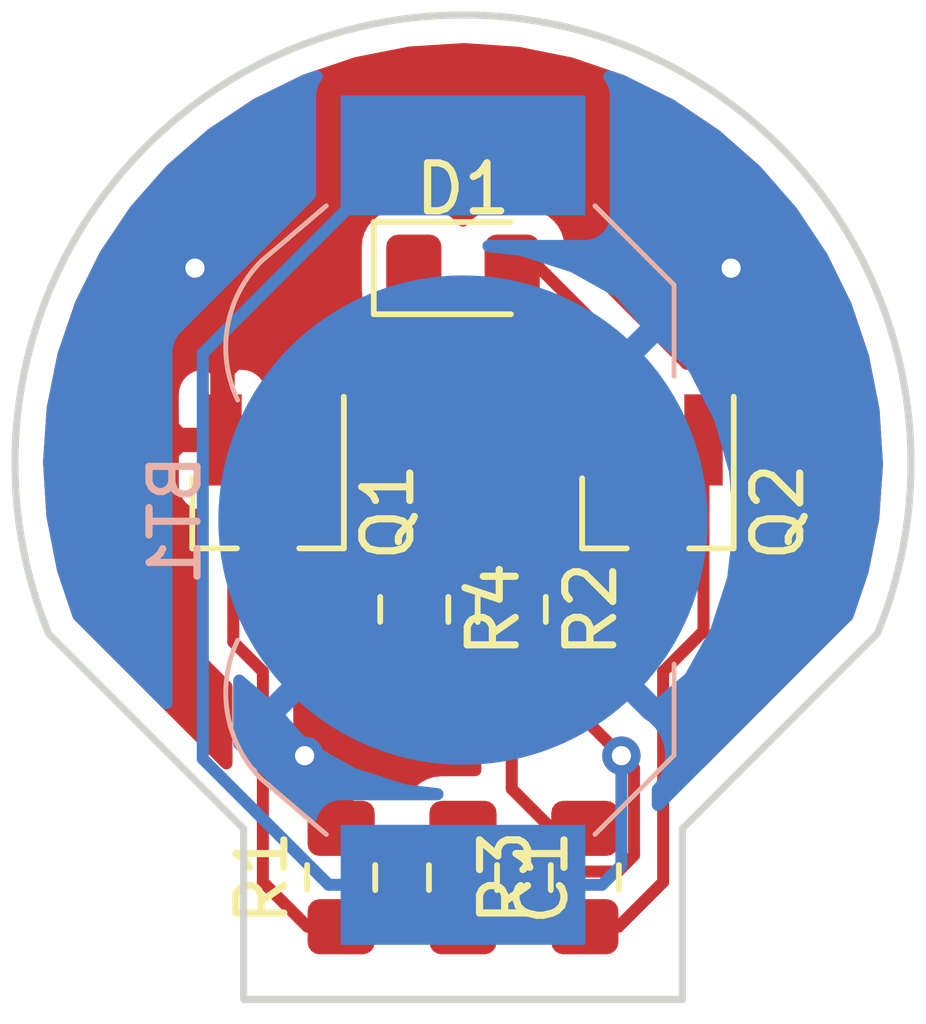
<source format=kicad_pcb>
(kicad_pcb (version 20171130) (host pcbnew 5.1.5+dfsg1-2build2)

  (general
    (thickness 1.6)
    (drawings 6)
    (tracks 54)
    (zones 0)
    (modules 9)
    (nets 8)
  )

  (page A4)
  (layers
    (0 F.Cu signal)
    (31 B.Cu signal)
    (32 B.Adhes user)
    (33 F.Adhes user)
    (34 B.Paste user hide)
    (35 F.Paste user)
    (36 B.SilkS user hide)
    (37 F.SilkS user hide)
    (38 B.Mask user hide)
    (39 F.Mask user)
    (40 Dwgs.User user)
    (41 Cmts.User user)
    (42 Eco1.User user)
    (43 Eco2.User user)
    (44 Edge.Cuts user)
    (45 Margin user)
    (46 B.CrtYd user)
    (47 F.CrtYd user)
    (48 B.Fab user hide)
    (49 F.Fab user hide)
  )

  (setup
    (last_trace_width 0.25)
    (trace_clearance 0.2)
    (zone_clearance 0.508)
    (zone_45_only no)
    (trace_min 0.2)
    (via_size 0.8)
    (via_drill 0.4)
    (via_min_size 0.4)
    (via_min_drill 0.3)
    (uvia_size 0.3)
    (uvia_drill 0.1)
    (uvias_allowed no)
    (uvia_min_size 0.2)
    (uvia_min_drill 0.1)
    (edge_width 0.15)
    (segment_width 0.2)
    (pcb_text_width 0.3)
    (pcb_text_size 1.5 1.5)
    (mod_edge_width 0.15)
    (mod_text_size 1 1)
    (mod_text_width 0.15)
    (pad_size 1.524 1.524)
    (pad_drill 0.762)
    (pad_to_mask_clearance 0.051)
    (solder_mask_min_width 0.25)
    (aux_axis_origin 0 0)
    (visible_elements FFFFFF7F)
    (pcbplotparams
      (layerselection 0x010fc_ffffffff)
      (usegerberextensions false)
      (usegerberattributes false)
      (usegerberadvancedattributes false)
      (creategerberjobfile false)
      (excludeedgelayer true)
      (linewidth 0.100000)
      (plotframeref false)
      (viasonmask false)
      (mode 1)
      (useauxorigin false)
      (hpglpennumber 1)
      (hpglpenspeed 20)
      (hpglpendiameter 15.000000)
      (psnegative false)
      (psa4output false)
      (plotreference true)
      (plotvalue true)
      (plotinvisibletext false)
      (padsonsilk false)
      (subtractmaskfromsilk false)
      (outputformat 1)
      (mirror false)
      (drillshape 1)
      (scaleselection 1)
      (outputdirectory ""))
  )

  (net 0 "")
  (net 1 "Net-(BT1-Pad1)")
  (net 2 GND)
  (net 3 "Net-(D1-Pad1)")
  (net 4 "Net-(Q1-Pad3)")
  (net 5 "Net-(C1-Pad2)")
  (net 6 "Net-(D1-Pad2)")
  (net 7 /Gate)

  (net_class Default "This is the default net class."
    (clearance 0.2)
    (trace_width 0.25)
    (via_dia 0.8)
    (via_drill 0.4)
    (uvia_dia 0.3)
    (uvia_drill 0.1)
    (add_net /Gate)
    (add_net GND)
    (add_net "Net-(BT1-Pad1)")
    (add_net "Net-(C1-Pad2)")
    (add_net "Net-(D1-Pad1)")
    (add_net "Net-(D1-Pad2)")
    (add_net "Net-(Q1-Pad3)")
  )

  (module Battery:BatteryHolder_LINX_BAT-HLD-012-SMT (layer B.Cu) (tedit 5B256044) (tstamp 5E4CD7A6)
    (at 142.24 91.611001 90)
    (descr "SMT battery holder for CR1216/1220/1225, https://linxtechnologies.com/wp/wp-content/uploads/bat-hld-012-smt.pdf")
    (tags "battery holder coin cell cr1216 cr1220 cr1225")
    (path /5E34EB8B)
    (attr smd)
    (fp_text reference BT1 (at 0 -6 90) (layer B.SilkS)
      (effects (font (size 1 1) (thickness 0.15)) (justify mirror))
    )
    (fp_text value Battery_Cell (at 0 7 90) (layer B.Fab)
      (effects (font (size 1 1) (thickness 0.15)) (justify mirror))
    )
    (fp_line (start 6.55 -2.85) (end 5.4 -4.2) (layer B.SilkS) (width 0.1))
    (fp_line (start -6.55 -2.85) (end -5.4 -4.2) (layer B.SilkS) (width 0.1))
    (fp_line (start -4.9 4.4) (end -3 4.4) (layer B.SilkS) (width 0.1))
    (fp_line (start 4.9 4.4) (end 3 4.4) (layer B.SilkS) (width 0.1))
    (fp_line (start 4.9 4.4) (end 6.55 2.75) (layer B.SilkS) (width 0.1))
    (fp_line (start -6.55 2.75) (end -4.9 4.4) (layer B.SilkS) (width 0.1))
    (fp_line (start 6.55 2.75) (end 6.75 2.75) (layer B.Fab) (width 0.1))
    (fp_line (start 6.55 2.75) (end 6.7 2.9) (layer B.Fab) (width 0.1))
    (fp_line (start 5.05 4.55) (end 4.9 4.4) (layer B.Fab) (width 0.1))
    (fp_line (start -5.05 4.55) (end -4.9 4.4) (layer B.Fab) (width 0.1))
    (fp_line (start -6.55 2.75) (end -6.7 2.9) (layer B.Fab) (width 0.1))
    (fp_line (start -6.75 2.75) (end -6.55 2.75) (layer B.Fab) (width 0.1))
    (fp_line (start 6.75 -2.85) (end 6.55 -2.85) (layer B.Fab) (width 0.1))
    (fp_line (start -6.75 -2.85) (end -6.55 -2.85) (layer B.Fab) (width 0.1))
    (fp_line (start -3.55 -6.75) (end -7.25 -3.05) (layer B.CrtYd) (width 0.05))
    (fp_line (start 3.55 -6.75) (end 7.25 -3.05) (layer B.CrtYd) (width 0.05))
    (fp_line (start -3.55 -6.75) (end 3.55 -6.75) (layer B.CrtYd) (width 0.05))
    (fp_line (start 9.35 -3.05) (end 7.25 -3.05) (layer B.CrtYd) (width 0.05))
    (fp_line (start 9.35 3.05) (end 9.35 -3.05) (layer B.CrtYd) (width 0.05))
    (fp_line (start 7.25 3.05) (end 9.35 3.05) (layer B.CrtYd) (width 0.05))
    (fp_line (start 3.55 6.75) (end 7.25 3.05) (layer B.CrtYd) (width 0.05))
    (fp_line (start -3.55 6.75) (end 3.55 6.75) (layer B.CrtYd) (width 0.05))
    (fp_line (start -7.25 3.05) (end -3.55 6.75) (layer B.CrtYd) (width 0.05))
    (fp_line (start -9.35 -3.05) (end -7.25 -3.05) (layer B.CrtYd) (width 0.05))
    (fp_line (start -9.35 3.05) (end -7.25 3.05) (layer B.CrtYd) (width 0.05))
    (fp_line (start -9.35 -3.05) (end -9.35 3.05) (layer B.CrtYd) (width 0.05))
    (fp_circle (center 0 0) (end -6.25 0) (layer B.Fab) (width 0.1))
    (fp_arc (start 0 -6) (end -1.8 -4.2) (angle -90) (layer B.Fab) (width 0.1))
    (fp_arc (start 3.6 -2.4) (end 5.4 -4.2) (angle -70.55996517) (layer B.SilkS) (width 0.1))
    (fp_line (start 6.55 -2.85) (end 5.4 -4.2) (layer B.Fab) (width 0.1))
    (fp_line (start -6.55 -2.85) (end -5.4 -4.2) (layer B.Fab) (width 0.1))
    (fp_line (start -6.55 2.75) (end -4.9 4.4) (layer B.Fab) (width 0.1))
    (fp_line (start -6.55 -2.85) (end -6.55 2.75) (layer B.Fab) (width 0.1))
    (fp_line (start 6.55 2.75) (end 4.9 4.4) (layer B.Fab) (width 0.1))
    (fp_line (start 6.55 -2.85) (end 6.55 2.75) (layer B.Fab) (width 0.1))
    (fp_line (start 6.7 2.9) (end 5.05 4.55) (layer B.Fab) (width 0.1))
    (fp_line (start -6.7 2.9) (end -5.05 4.55) (layer B.Fab) (width 0.1))
    (fp_line (start 4.9 4.4) (end -4.9 4.4) (layer B.Fab) (width 0.1))
    (fp_line (start 6.75 -2.85) (end 6.75 2.75) (layer B.Fab) (width 0.1))
    (fp_line (start -6.75 -2.85) (end -6.75 2.75) (layer B.Fab) (width 0.1))
    (fp_line (start 7.65 2.55) (end 6.75 2.55) (layer B.Fab) (width 0.1))
    (fp_line (start 7.65 0.55) (end 7.65 2.55) (layer B.Fab) (width 0.1))
    (fp_line (start 6.75 0.55) (end 7.65 0.55) (layer B.Fab) (width 0.1))
    (fp_line (start 7.65 -0.55) (end 6.75 -0.55) (layer B.Fab) (width 0.1))
    (fp_line (start 7.65 -2.55) (end 7.65 -0.55) (layer B.Fab) (width 0.1))
    (fp_line (start 6.75 -2.55) (end 7.65 -2.55) (layer B.Fab) (width 0.1))
    (fp_line (start -7.65 -2.55) (end -6.75 -2.55) (layer B.Fab) (width 0.1))
    (fp_line (start -7.65 -0.55) (end -7.65 -2.55) (layer B.Fab) (width 0.1))
    (fp_line (start -6.75 -0.55) (end -7.65 -0.55) (layer B.Fab) (width 0.1))
    (fp_line (start -7.65 0.55) (end -6.75 0.55) (layer B.Fab) (width 0.1))
    (fp_line (start -7.65 2.55) (end -6.75 2.55) (layer B.Fab) (width 0.1))
    (fp_line (start -7.65 2.55) (end -7.65 0.55) (layer B.Fab) (width 0.1))
    (fp_text user %R (at 0 0 90) (layer B.Fab)
      (effects (font (size 1 1) (thickness 0.15)) (justify mirror))
    )
    (fp_arc (start 3.6 -2.4) (end 5.4 -4.2) (angle -90) (layer B.Fab) (width 0.1))
    (fp_arc (start -3.6 -2.4) (end -1.8 -4.2) (angle -90) (layer B.Fab) (width 0.1))
    (fp_arc (start -3.6 -2.4) (end -5.4 -4.2) (angle 70.5) (layer B.SilkS) (width 0.1))
    (pad 1 smd rect (at -7.6 0 90) (size 2.5 5.1) (layers B.Cu B.Paste B.Mask)
      (net 1 "Net-(BT1-Pad1)"))
    (pad 1 smd rect (at 7.6 0 90) (size 2.5 5.1) (layers B.Cu B.Paste B.Mask)
      (net 1 "Net-(BT1-Pad1)"))
    (pad 2 smd circle (at 0 0 90) (size 10.2 10.2) (layers B.Cu B.Paste B.Mask)
      (net 2 GND))
    (model ${KISYS3DMOD}/Battery.3dshapes/BatteryHolder_LINX_BAT-HLD-012-SMT.wrl
      (at (xyz 0 0 0))
      (scale (xyz 1 1 1))
      (rotate (xyz 0 0 0))
    )
  )

  (module Capacitor_SMD:C_0805_2012Metric_Pad1.15x1.40mm_HandSolder (layer F.Cu) (tedit 5B36C52B) (tstamp 5E4CD7B7)
    (at 142.24 99.06 270)
    (descr "Capacitor SMD 0805 (2012 Metric), square (rectangular) end terminal, IPC_7351 nominal with elongated pad for handsoldering. (Body size source: https://docs.google.com/spreadsheets/d/1BsfQQcO9C6DZCsRaXUlFlo91Tg2WpOkGARC1WS5S8t0/edit?usp=sharing), generated with kicad-footprint-generator")
    (tags "capacitor handsolder")
    (path /5E34CAD7)
    (attr smd)
    (fp_text reference C1 (at 0 -1.65 90) (layer F.SilkS)
      (effects (font (size 1 1) (thickness 0.15)))
    )
    (fp_text value 10uF (at 0 1.65 90) (layer F.Fab)
      (effects (font (size 1 1) (thickness 0.15)))
    )
    (fp_line (start -1 0.6) (end -1 -0.6) (layer F.Fab) (width 0.1))
    (fp_line (start -1 -0.6) (end 1 -0.6) (layer F.Fab) (width 0.1))
    (fp_line (start 1 -0.6) (end 1 0.6) (layer F.Fab) (width 0.1))
    (fp_line (start 1 0.6) (end -1 0.6) (layer F.Fab) (width 0.1))
    (fp_line (start -0.261252 -0.71) (end 0.261252 -0.71) (layer F.SilkS) (width 0.12))
    (fp_line (start -0.261252 0.71) (end 0.261252 0.71) (layer F.SilkS) (width 0.12))
    (fp_line (start -1.85 0.95) (end -1.85 -0.95) (layer F.CrtYd) (width 0.05))
    (fp_line (start -1.85 -0.95) (end 1.85 -0.95) (layer F.CrtYd) (width 0.05))
    (fp_line (start 1.85 -0.95) (end 1.85 0.95) (layer F.CrtYd) (width 0.05))
    (fp_line (start 1.85 0.95) (end -1.85 0.95) (layer F.CrtYd) (width 0.05))
    (fp_text user %R (at 0 0 90) (layer F.Fab)
      (effects (font (size 0.5 0.5) (thickness 0.08)))
    )
    (pad 1 smd roundrect (at -1.025 0 270) (size 1.15 1.4) (layers F.Cu F.Paste F.Mask) (roundrect_rratio 0.217391)
      (net 1 "Net-(BT1-Pad1)"))
    (pad 2 smd roundrect (at 1.025 0 270) (size 1.15 1.4) (layers F.Cu F.Paste F.Mask) (roundrect_rratio 0.217391)
      (net 5 "Net-(C1-Pad2)"))
    (model ${KISYS3DMOD}/Capacitor_SMD.3dshapes/C_0805_2012Metric.wrl
      (at (xyz 0 0 0))
      (scale (xyz 1 1 1))
      (rotate (xyz 0 0 0))
    )
  )

  (module LED_SMD:LED_0805_2012Metric_Pad1.15x1.40mm_HandSolder (layer F.Cu) (tedit 5B4B45C9) (tstamp 5E4CD7CA)
    (at 142.24 86.36)
    (descr "LED SMD 0805 (2012 Metric), square (rectangular) end terminal, IPC_7351 nominal, (Body size source: https://docs.google.com/spreadsheets/d/1BsfQQcO9C6DZCsRaXUlFlo91Tg2WpOkGARC1WS5S8t0/edit?usp=sharing), generated with kicad-footprint-generator")
    (tags "LED handsolder")
    (path /5E34CF42)
    (attr smd)
    (fp_text reference D1 (at 0 -1.65 180) (layer F.SilkS)
      (effects (font (size 1 1) (thickness 0.15)))
    )
    (fp_text value LED (at 0 1.65 180) (layer F.Fab)
      (effects (font (size 1 1) (thickness 0.15)))
    )
    (fp_line (start 1 -0.6) (end -0.7 -0.6) (layer F.Fab) (width 0.1))
    (fp_line (start -0.7 -0.6) (end -1 -0.3) (layer F.Fab) (width 0.1))
    (fp_line (start -1 -0.3) (end -1 0.6) (layer F.Fab) (width 0.1))
    (fp_line (start -1 0.6) (end 1 0.6) (layer F.Fab) (width 0.1))
    (fp_line (start 1 0.6) (end 1 -0.6) (layer F.Fab) (width 0.1))
    (fp_line (start 1 -0.96) (end -1.86 -0.96) (layer F.SilkS) (width 0.12))
    (fp_line (start -1.86 -0.96) (end -1.86 0.96) (layer F.SilkS) (width 0.12))
    (fp_line (start -1.86 0.96) (end 1 0.96) (layer F.SilkS) (width 0.12))
    (fp_line (start -1.85 0.95) (end -1.85 -0.95) (layer F.CrtYd) (width 0.05))
    (fp_line (start -1.85 -0.95) (end 1.85 -0.95) (layer F.CrtYd) (width 0.05))
    (fp_line (start 1.85 -0.95) (end 1.85 0.95) (layer F.CrtYd) (width 0.05))
    (fp_line (start 1.85 0.95) (end -1.85 0.95) (layer F.CrtYd) (width 0.05))
    (fp_text user %R (at 0 0 180) (layer F.Fab)
      (effects (font (size 0.5 0.5) (thickness 0.08)))
    )
    (pad 1 smd roundrect (at -1.025 0) (size 1.15 1.4) (layers F.Cu F.Paste F.Mask) (roundrect_rratio 0.217391)
      (net 3 "Net-(D1-Pad1)"))
    (pad 2 smd roundrect (at 1.025 0) (size 1.15 1.4) (layers F.Cu F.Paste F.Mask) (roundrect_rratio 0.217391)
      (net 6 "Net-(D1-Pad2)"))
    (model ${KISYS3DMOD}/LED_SMD.3dshapes/LED_0805_2012Metric.wrl
      (at (xyz 0 0 0))
      (scale (xyz 1 1 1))
      (rotate (xyz 0 0 0))
    )
  )

  (module Package_TO_SOT_SMD:SOT-23_Handsoldering (layer F.Cu) (tedit 5A0AB76C) (tstamp 5E4CD7DF)
    (at 138.176 91.44 270)
    (descr "SOT-23, Handsoldering")
    (tags SOT-23)
    (path /5E3538DC)
    (attr smd)
    (fp_text reference Q1 (at 0 -2.5 270) (layer F.SilkS)
      (effects (font (size 1 1) (thickness 0.15)))
    )
    (fp_text value Q_NMOS_GSD (at 0 2.5 270) (layer F.Fab)
      (effects (font (size 1 1) (thickness 0.15)))
    )
    (fp_text user %R (at 0 0) (layer F.Fab)
      (effects (font (size 0.5 0.5) (thickness 0.075)))
    )
    (fp_line (start 0.76 1.58) (end 0.76 0.65) (layer F.SilkS) (width 0.12))
    (fp_line (start 0.76 -1.58) (end 0.76 -0.65) (layer F.SilkS) (width 0.12))
    (fp_line (start -2.7 -1.75) (end 2.7 -1.75) (layer F.CrtYd) (width 0.05))
    (fp_line (start 2.7 -1.75) (end 2.7 1.75) (layer F.CrtYd) (width 0.05))
    (fp_line (start 2.7 1.75) (end -2.7 1.75) (layer F.CrtYd) (width 0.05))
    (fp_line (start -2.7 1.75) (end -2.7 -1.75) (layer F.CrtYd) (width 0.05))
    (fp_line (start 0.76 -1.58) (end -2.4 -1.58) (layer F.SilkS) (width 0.12))
    (fp_line (start -0.7 -0.95) (end -0.7 1.5) (layer F.Fab) (width 0.1))
    (fp_line (start -0.15 -1.52) (end 0.7 -1.52) (layer F.Fab) (width 0.1))
    (fp_line (start -0.7 -0.95) (end -0.15 -1.52) (layer F.Fab) (width 0.1))
    (fp_line (start 0.7 -1.52) (end 0.7 1.52) (layer F.Fab) (width 0.1))
    (fp_line (start -0.7 1.52) (end 0.7 1.52) (layer F.Fab) (width 0.1))
    (fp_line (start 0.76 1.58) (end -0.7 1.58) (layer F.SilkS) (width 0.12))
    (pad 1 smd rect (at -1.5 -0.95 270) (size 1.9 0.8) (layers F.Cu F.Paste F.Mask)
      (net 7 /Gate))
    (pad 2 smd rect (at -1.5 0.95 270) (size 1.9 0.8) (layers F.Cu F.Paste F.Mask)
      (net 2 GND))
    (pad 3 smd rect (at 1.5 0 270) (size 1.9 0.8) (layers F.Cu F.Paste F.Mask)
      (net 4 "Net-(Q1-Pad3)"))
    (model ${KISYS3DMOD}/Package_TO_SOT_SMD.3dshapes/SOT-23.wrl
      (at (xyz 0 0 0))
      (scale (xyz 1 1 1))
      (rotate (xyz 0 0 0))
    )
  )

  (module Package_TO_SOT_SMD:SOT-23_Handsoldering (layer F.Cu) (tedit 5A0AB76C) (tstamp 5E4CD7F4)
    (at 146.304 91.44 270)
    (descr "SOT-23, Handsoldering")
    (tags SOT-23)
    (path /5E3537C4)
    (attr smd)
    (fp_text reference Q2 (at 0 -2.5 270) (layer F.SilkS)
      (effects (font (size 1 1) (thickness 0.15)))
    )
    (fp_text value Q_PMOS_GSD (at 0 2.5 270) (layer F.Fab)
      (effects (font (size 1 1) (thickness 0.15)))
    )
    (fp_line (start 0.76 1.58) (end -0.7 1.58) (layer F.SilkS) (width 0.12))
    (fp_line (start -0.7 1.52) (end 0.7 1.52) (layer F.Fab) (width 0.1))
    (fp_line (start 0.7 -1.52) (end 0.7 1.52) (layer F.Fab) (width 0.1))
    (fp_line (start -0.7 -0.95) (end -0.15 -1.52) (layer F.Fab) (width 0.1))
    (fp_line (start -0.15 -1.52) (end 0.7 -1.52) (layer F.Fab) (width 0.1))
    (fp_line (start -0.7 -0.95) (end -0.7 1.5) (layer F.Fab) (width 0.1))
    (fp_line (start 0.76 -1.58) (end -2.4 -1.58) (layer F.SilkS) (width 0.12))
    (fp_line (start -2.7 1.75) (end -2.7 -1.75) (layer F.CrtYd) (width 0.05))
    (fp_line (start 2.7 1.75) (end -2.7 1.75) (layer F.CrtYd) (width 0.05))
    (fp_line (start 2.7 -1.75) (end 2.7 1.75) (layer F.CrtYd) (width 0.05))
    (fp_line (start -2.7 -1.75) (end 2.7 -1.75) (layer F.CrtYd) (width 0.05))
    (fp_line (start 0.76 -1.58) (end 0.76 -0.65) (layer F.SilkS) (width 0.12))
    (fp_line (start 0.76 1.58) (end 0.76 0.65) (layer F.SilkS) (width 0.12))
    (fp_text user %R (at 0 0) (layer F.Fab)
      (effects (font (size 0.5 0.5) (thickness 0.075)))
    )
    (pad 3 smd rect (at 1.5 0 270) (size 1.9 0.8) (layers F.Cu F.Paste F.Mask)
      (net 6 "Net-(D1-Pad2)"))
    (pad 2 smd rect (at -1.5 0.95 270) (size 1.9 0.8) (layers F.Cu F.Paste F.Mask)
      (net 1 "Net-(BT1-Pad1)"))
    (pad 1 smd rect (at -1.5 -0.95 270) (size 1.9 0.8) (layers F.Cu F.Paste F.Mask)
      (net 5 "Net-(C1-Pad2)"))
    (model ${KISYS3DMOD}/Package_TO_SOT_SMD.3dshapes/SOT-23.wrl
      (at (xyz 0 0 0))
      (scale (xyz 1 1 1))
      (rotate (xyz 0 0 0))
    )
  )

  (module Resistor_SMD:R_0805_2012Metric_Pad1.15x1.40mm_HandSolder (layer F.Cu) (tedit 5B36C52B) (tstamp 5E4CD805)
    (at 139.7 99.06 90)
    (descr "Resistor SMD 0805 (2012 Metric), square (rectangular) end terminal, IPC_7351 nominal with elongated pad for handsoldering. (Body size source: https://docs.google.com/spreadsheets/d/1BsfQQcO9C6DZCsRaXUlFlo91Tg2WpOkGARC1WS5S8t0/edit?usp=sharing), generated with kicad-footprint-generator")
    (tags "resistor handsolder")
    (path /5E34C9A1)
    (attr smd)
    (fp_text reference R1 (at 0 -1.65 270) (layer F.SilkS)
      (effects (font (size 1 1) (thickness 0.15)))
    )
    (fp_text value 3.3M (at 0 1.65 270) (layer F.Fab)
      (effects (font (size 1 1) (thickness 0.15)))
    )
    (fp_line (start -1 0.6) (end -1 -0.6) (layer F.Fab) (width 0.1))
    (fp_line (start -1 -0.6) (end 1 -0.6) (layer F.Fab) (width 0.1))
    (fp_line (start 1 -0.6) (end 1 0.6) (layer F.Fab) (width 0.1))
    (fp_line (start 1 0.6) (end -1 0.6) (layer F.Fab) (width 0.1))
    (fp_line (start -0.261252 -0.71) (end 0.261252 -0.71) (layer F.SilkS) (width 0.12))
    (fp_line (start -0.261252 0.71) (end 0.261252 0.71) (layer F.SilkS) (width 0.12))
    (fp_line (start -1.85 0.95) (end -1.85 -0.95) (layer F.CrtYd) (width 0.05))
    (fp_line (start -1.85 -0.95) (end 1.85 -0.95) (layer F.CrtYd) (width 0.05))
    (fp_line (start 1.85 -0.95) (end 1.85 0.95) (layer F.CrtYd) (width 0.05))
    (fp_line (start 1.85 0.95) (end -1.85 0.95) (layer F.CrtYd) (width 0.05))
    (fp_text user %R (at 0 0 270) (layer F.Fab)
      (effects (font (size 0.5 0.5) (thickness 0.08)))
    )
    (pad 1 smd roundrect (at -1.025 0 90) (size 1.15 1.4) (layers F.Cu F.Paste F.Mask) (roundrect_rratio 0.217391)
      (net 7 /Gate))
    (pad 2 smd roundrect (at 1.025 0 90) (size 1.15 1.4) (layers F.Cu F.Paste F.Mask) (roundrect_rratio 0.217391)
      (net 2 GND))
    (model ${KISYS3DMOD}/Resistor_SMD.3dshapes/R_0805_2012Metric.wrl
      (at (xyz 0 0 0))
      (scale (xyz 1 1 1))
      (rotate (xyz 0 0 0))
    )
  )

  (module Resistor_SMD:R_0805_2012Metric_Pad1.15x1.40mm_HandSolder (layer F.Cu) (tedit 5B36C52B) (tstamp 5E4CD816)
    (at 143.256 93.472 270)
    (descr "Resistor SMD 0805 (2012 Metric), square (rectangular) end terminal, IPC_7351 nominal with elongated pad for handsoldering. (Body size source: https://docs.google.com/spreadsheets/d/1BsfQQcO9C6DZCsRaXUlFlo91Tg2WpOkGARC1WS5S8t0/edit?usp=sharing), generated with kicad-footprint-generator")
    (tags "resistor handsolder")
    (path /5E34CA28)
    (attr smd)
    (fp_text reference R2 (at 0 -1.65 270) (layer F.SilkS)
      (effects (font (size 1 1) (thickness 0.15)))
    )
    (fp_text value 56k (at 0 1.65 270) (layer F.Fab)
      (effects (font (size 1 1) (thickness 0.15)))
    )
    (fp_text user %R (at 0 0 270) (layer F.Fab)
      (effects (font (size 0.5 0.5) (thickness 0.08)))
    )
    (fp_line (start 1.85 0.95) (end -1.85 0.95) (layer F.CrtYd) (width 0.05))
    (fp_line (start 1.85 -0.95) (end 1.85 0.95) (layer F.CrtYd) (width 0.05))
    (fp_line (start -1.85 -0.95) (end 1.85 -0.95) (layer F.CrtYd) (width 0.05))
    (fp_line (start -1.85 0.95) (end -1.85 -0.95) (layer F.CrtYd) (width 0.05))
    (fp_line (start -0.261252 0.71) (end 0.261252 0.71) (layer F.SilkS) (width 0.12))
    (fp_line (start -0.261252 -0.71) (end 0.261252 -0.71) (layer F.SilkS) (width 0.12))
    (fp_line (start 1 0.6) (end -1 0.6) (layer F.Fab) (width 0.1))
    (fp_line (start 1 -0.6) (end 1 0.6) (layer F.Fab) (width 0.1))
    (fp_line (start -1 -0.6) (end 1 -0.6) (layer F.Fab) (width 0.1))
    (fp_line (start -1 0.6) (end -1 -0.6) (layer F.Fab) (width 0.1))
    (pad 2 smd roundrect (at 1.025 0 270) (size 1.15 1.4) (layers F.Cu F.Paste F.Mask) (roundrect_rratio 0.217391)
      (net 4 "Net-(Q1-Pad3)"))
    (pad 1 smd roundrect (at -1.025 0 270) (size 1.15 1.4) (layers F.Cu F.Paste F.Mask) (roundrect_rratio 0.217391)
      (net 1 "Net-(BT1-Pad1)"))
    (model ${KISYS3DMOD}/Resistor_SMD.3dshapes/R_0805_2012Metric.wrl
      (at (xyz 0 0 0))
      (scale (xyz 1 1 1))
      (rotate (xyz 0 0 0))
    )
  )

  (module Resistor_SMD:R_0805_2012Metric_Pad1.15x1.40mm_HandSolder (layer F.Cu) (tedit 5B36C52B) (tstamp 5E4CD827)
    (at 144.78 99.06 90)
    (descr "Resistor SMD 0805 (2012 Metric), square (rectangular) end terminal, IPC_7351 nominal with elongated pad for handsoldering. (Body size source: https://docs.google.com/spreadsheets/d/1BsfQQcO9C6DZCsRaXUlFlo91Tg2WpOkGARC1WS5S8t0/edit?usp=sharing), generated with kicad-footprint-generator")
    (tags "resistor handsolder")
    (path /5E34CAA1)
    (attr smd)
    (fp_text reference R3 (at 0 -1.65 270) (layer F.SilkS)
      (effects (font (size 1 1) (thickness 0.15)))
    )
    (fp_text value 82k (at 0 1.65 270) (layer F.Fab)
      (effects (font (size 1 1) (thickness 0.15)))
    )
    (fp_line (start -1 0.6) (end -1 -0.6) (layer F.Fab) (width 0.1))
    (fp_line (start -1 -0.6) (end 1 -0.6) (layer F.Fab) (width 0.1))
    (fp_line (start 1 -0.6) (end 1 0.6) (layer F.Fab) (width 0.1))
    (fp_line (start 1 0.6) (end -1 0.6) (layer F.Fab) (width 0.1))
    (fp_line (start -0.261252 -0.71) (end 0.261252 -0.71) (layer F.SilkS) (width 0.12))
    (fp_line (start -0.261252 0.71) (end 0.261252 0.71) (layer F.SilkS) (width 0.12))
    (fp_line (start -1.85 0.95) (end -1.85 -0.95) (layer F.CrtYd) (width 0.05))
    (fp_line (start -1.85 -0.95) (end 1.85 -0.95) (layer F.CrtYd) (width 0.05))
    (fp_line (start 1.85 -0.95) (end 1.85 0.95) (layer F.CrtYd) (width 0.05))
    (fp_line (start 1.85 0.95) (end -1.85 0.95) (layer F.CrtYd) (width 0.05))
    (fp_text user %R (at 0 0 270) (layer F.Fab)
      (effects (font (size 0.5 0.5) (thickness 0.08)))
    )
    (pad 1 smd roundrect (at -1.025 0 90) (size 1.15 1.4) (layers F.Cu F.Paste F.Mask) (roundrect_rratio 0.217391)
      (net 5 "Net-(C1-Pad2)"))
    (pad 2 smd roundrect (at 1.025 0 90) (size 1.15 1.4) (layers F.Cu F.Paste F.Mask) (roundrect_rratio 0.217391)
      (net 4 "Net-(Q1-Pad3)"))
    (model ${KISYS3DMOD}/Resistor_SMD.3dshapes/R_0805_2012Metric.wrl
      (at (xyz 0 0 0))
      (scale (xyz 1 1 1))
      (rotate (xyz 0 0 0))
    )
  )

  (module Resistor_SMD:R_0805_2012Metric_Pad1.15x1.40mm_HandSolder (layer F.Cu) (tedit 5B36C52B) (tstamp 5E4CD838)
    (at 141.224 93.472 270)
    (descr "Resistor SMD 0805 (2012 Metric), square (rectangular) end terminal, IPC_7351 nominal with elongated pad for handsoldering. (Body size source: https://docs.google.com/spreadsheets/d/1BsfQQcO9C6DZCsRaXUlFlo91Tg2WpOkGARC1WS5S8t0/edit?usp=sharing), generated with kicad-footprint-generator")
    (tags "resistor handsolder")
    (path /5E34CE32)
    (attr smd)
    (fp_text reference R4 (at 0 -1.65 270) (layer F.SilkS)
      (effects (font (size 1 1) (thickness 0.15)))
    )
    (fp_text value R_LED (at 0 1.65 270) (layer F.Fab)
      (effects (font (size 1 1) (thickness 0.15)))
    )
    (fp_text user %R (at 0 0 270) (layer F.Fab)
      (effects (font (size 0.5 0.5) (thickness 0.08)))
    )
    (fp_line (start 1.85 0.95) (end -1.85 0.95) (layer F.CrtYd) (width 0.05))
    (fp_line (start 1.85 -0.95) (end 1.85 0.95) (layer F.CrtYd) (width 0.05))
    (fp_line (start -1.85 -0.95) (end 1.85 -0.95) (layer F.CrtYd) (width 0.05))
    (fp_line (start -1.85 0.95) (end -1.85 -0.95) (layer F.CrtYd) (width 0.05))
    (fp_line (start -0.261252 0.71) (end 0.261252 0.71) (layer F.SilkS) (width 0.12))
    (fp_line (start -0.261252 -0.71) (end 0.261252 -0.71) (layer F.SilkS) (width 0.12))
    (fp_line (start 1 0.6) (end -1 0.6) (layer F.Fab) (width 0.1))
    (fp_line (start 1 -0.6) (end 1 0.6) (layer F.Fab) (width 0.1))
    (fp_line (start -1 -0.6) (end 1 -0.6) (layer F.Fab) (width 0.1))
    (fp_line (start -1 0.6) (end -1 -0.6) (layer F.Fab) (width 0.1))
    (pad 2 smd roundrect (at 1.025 0 270) (size 1.15 1.4) (layers F.Cu F.Paste F.Mask) (roundrect_rratio 0.217391)
      (net 2 GND))
    (pad 1 smd roundrect (at -1.025 0 270) (size 1.15 1.4) (layers F.Cu F.Paste F.Mask) (roundrect_rratio 0.217391)
      (net 3 "Net-(D1-Pad1)"))
    (model ${KISYS3DMOD}/Resistor_SMD.3dshapes/R_0805_2012Metric.wrl
      (at (xyz 0 0 0))
      (scale (xyz 1 1 1))
      (rotate (xyz 0 0 0))
    )
  )

  (gr_line (start 137.668 98.044) (end 133.604 93.98) (layer Edge.Cuts) (width 0.15))
  (gr_line (start 137.668 101.6) (end 137.668 98.044) (layer Edge.Cuts) (width 0.15))
  (gr_line (start 146.812 98.044) (end 150.876 93.98) (layer Edge.Cuts) (width 0.15))
  (gr_line (start 146.812 101.6) (end 146.812 98.044) (layer Edge.Cuts) (width 0.15))
  (gr_line (start 137.668 101.6) (end 146.812 101.6) (layer Edge.Cuts) (width 0.15))
  (gr_arc (start 142.24 90.424) (end 150.876 93.98) (angle -224.7602701) (layer Edge.Cuts) (width 0.15))

  (segment (start 144.502 89.94) (end 145.354 89.94) (width 0.25) (layer F.Cu) (net 1))
  (segment (start 143.256 91.186) (end 144.502 89.94) (width 0.25) (layer F.Cu) (net 1))
  (segment (start 143.256 92.447) (end 143.256 91.186) (width 0.25) (layer F.Cu) (net 1))
  (via (at 145.542 96.52) (size 0.8) (drill 0.4) (layers F.Cu B.Cu) (net 1))
  (segment (start 145.80501 96.78301) (end 145.542 96.52) (width 0.25) (layer F.Cu) (net 1))
  (segment (start 145.80501 98.59818) (end 145.80501 96.78301) (width 0.25) (layer F.Cu) (net 1))
  (segment (start 145.46818 98.93501) (end 145.80501 98.59818) (width 0.25) (layer F.Cu) (net 1))
  (segment (start 142.56501 98.93501) (end 145.46818 98.93501) (width 0.25) (layer F.Cu) (net 1))
  (segment (start 142.24 98.61) (end 142.56501 98.93501) (width 0.25) (layer F.Cu) (net 1))
  (segment (start 142.24 98.035) (end 142.24 98.61) (width 0.25) (layer F.Cu) (net 1))
  (segment (start 145.136999 99.211001) (end 142.24 99.211001) (width 0.25) (layer B.Cu) (net 1))
  (segment (start 145.542 98.806) (end 145.136999 99.211001) (width 0.25) (layer B.Cu) (net 1))
  (segment (start 145.542 96.52) (end 145.542 98.806) (width 0.25) (layer B.Cu) (net 1))
  (segment (start 140.94 84.011001) (end 142.24 84.011001) (width 0.25) (layer B.Cu) (net 1))
  (segment (start 136.814999 88.136002) (end 140.94 84.011001) (width 0.25) (layer B.Cu) (net 1))
  (segment (start 136.814999 96.586) (end 136.814999 88.136002) (width 0.25) (layer B.Cu) (net 1))
  (segment (start 139.44 99.211001) (end 136.814999 96.586) (width 0.25) (layer B.Cu) (net 1))
  (segment (start 142.24 99.211001) (end 139.44 99.211001) (width 0.25) (layer B.Cu) (net 1))
  (segment (start 143.374 92.447) (end 143.256 92.447) (width 0.25) (layer F.Cu) (net 1))
  (segment (start 144.78 93.853) (end 143.374 92.447) (width 0.25) (layer F.Cu) (net 1))
  (segment (start 144.78 95.758) (end 144.78 93.853) (width 0.25) (layer F.Cu) (net 1))
  (segment (start 145.542 96.52) (end 144.78 95.758) (width 0.25) (layer F.Cu) (net 1))
  (via (at 147.828 86.36) (size 0.8) (drill 0.4) (layers F.Cu B.Cu) (net 2))
  (via (at 136.652 86.36) (size 0.8) (drill 0.4) (layers F.Cu B.Cu) (net 2))
  (via (at 138.938 96.52) (size 0.8) (drill 0.4) (layers F.Cu B.Cu) (net 2))
  (segment (start 141.224 86.369) (end 141.215 86.36) (width 0.25) (layer F.Cu) (net 3))
  (segment (start 141.224 92.447) (end 141.224 86.369) (width 0.25) (layer F.Cu) (net 3))
  (segment (start 144.08 98.035) (end 144.78 98.035) (width 0.25) (layer F.Cu) (net 4))
  (segment (start 143.256 97.211) (end 144.08 98.035) (width 0.25) (layer F.Cu) (net 4))
  (segment (start 143.256 94.497) (end 143.256 97.211) (width 0.25) (layer F.Cu) (net 4))
  (segment (start 143.256 93.922) (end 143.256 94.497) (width 0.25) (layer F.Cu) (net 4))
  (segment (start 139.48299 93.59699) (end 142.93099 93.59699) (width 0.25) (layer F.Cu) (net 4))
  (segment (start 138.826 92.94) (end 139.48299 93.59699) (width 0.25) (layer F.Cu) (net 4))
  (segment (start 142.93099 93.59699) (end 143.256 93.922) (width 0.25) (layer F.Cu) (net 4))
  (segment (start 138.176 92.94) (end 138.826 92.94) (width 0.25) (layer F.Cu) (net 4))
  (segment (start 142.24 100.085) (end 144.78 100.085) (width 0.25) (layer F.Cu) (net 5))
  (segment (start 146.41199 94.767012) (end 147.254 93.925002) (width 0.25) (layer F.Cu) (net 5))
  (segment (start 146.41199 99.15301) (end 146.41199 94.767012) (width 0.25) (layer F.Cu) (net 5))
  (segment (start 147.254 93.925002) (end 147.254 91.14) (width 0.25) (layer F.Cu) (net 5))
  (segment (start 145.48 100.085) (end 146.41199 99.15301) (width 0.25) (layer F.Cu) (net 5))
  (segment (start 147.254 91.14) (end 147.254 89.94) (width 0.25) (layer F.Cu) (net 5))
  (segment (start 144.78 100.085) (end 145.48 100.085) (width 0.25) (layer F.Cu) (net 5))
  (segment (start 143.84 86.36) (end 143.265 86.36) (width 0.25) (layer F.Cu) (net 6))
  (segment (start 146.304 88.824) (end 143.84 86.36) (width 0.25) (layer F.Cu) (net 6))
  (segment (start 146.304 92.94) (end 146.304 88.824) (width 0.25) (layer F.Cu) (net 6))
  (segment (start 139.126 90.49) (end 139.126 89.94) (width 0.25) (layer F.Cu) (net 7))
  (segment (start 138.476 91.14) (end 139.126 90.49) (width 0.25) (layer F.Cu) (net 7))
  (segment (start 137.926 91.14) (end 138.476 91.14) (width 0.25) (layer F.Cu) (net 7))
  (segment (start 137.450999 91.615001) (end 137.926 91.14) (width 0.25) (layer F.Cu) (net 7))
  (segment (start 137.450999 94.150001) (end 137.450999 91.615001) (width 0.25) (layer F.Cu) (net 7))
  (segment (start 138.06801 94.767012) (end 137.450999 94.150001) (width 0.25) (layer F.Cu) (net 7))
  (segment (start 138.06801 99.15301) (end 138.06801 94.767012) (width 0.25) (layer F.Cu) (net 7))
  (segment (start 139 100.085) (end 138.06801 99.15301) (width 0.25) (layer F.Cu) (net 7))
  (segment (start 139.7 100.085) (end 139 100.085) (width 0.25) (layer F.Cu) (net 7))

  (zone (net 2) (net_name GND) (layer F.Cu) (tstamp 0) (hatch edge 0.508)
    (connect_pads (clearance 0.508))
    (min_thickness 0.254)
    (fill yes (arc_segments 16) (thermal_gap 0.508) (thermal_bridge_width 0.508))
    (polygon
      (pts
        (xy 132.588 80.772) (xy 151.892 80.772) (xy 151.892 102.108) (xy 132.588 102.108)
      )
    )
    (filled_polygon
      (pts
        (xy 139.190743 94.302536) (xy 139.334004 94.345993) (xy 139.445657 94.35699) (xy 139.445666 94.35699) (xy 139.482989 94.360666)
        (xy 139.520312 94.35699) (xy 140.03474 94.35699) (xy 140.04775 94.37) (xy 141.097 94.37) (xy 141.097 94.35699)
        (xy 141.351 94.35699) (xy 141.351 94.37) (xy 141.371 94.37) (xy 141.371 94.624) (xy 141.351 94.624)
        (xy 141.351 95.54825) (xy 141.50975 95.707) (xy 141.924 95.710072) (xy 142.048482 95.697812) (xy 142.16818 95.661502)
        (xy 142.278494 95.602537) (xy 142.323041 95.565979) (xy 142.466149 95.642472) (xy 142.496 95.651527) (xy 142.496001 96.821928)
        (xy 141.789999 96.821928) (xy 141.616745 96.838992) (xy 141.450149 96.889528) (xy 141.296613 96.971595) (xy 141.162038 97.082038)
        (xy 141.051595 97.216613) (xy 141.012136 97.290435) (xy 140.989502 97.21582) (xy 140.930537 97.105506) (xy 140.851185 97.008815)
        (xy 140.754494 96.929463) (xy 140.64418 96.870498) (xy 140.524482 96.834188) (xy 140.4 96.821928) (xy 139.98575 96.825)
        (xy 139.827 96.98375) (xy 139.827 97.908) (xy 139.847 97.908) (xy 139.847 98.162) (xy 139.827 98.162)
        (xy 139.827 98.182) (xy 139.573 98.182) (xy 139.573 98.162) (xy 139.553 98.162) (xy 139.553 97.908)
        (xy 139.573 97.908) (xy 139.573 96.98375) (xy 139.41425 96.825) (xy 139 96.821928) (xy 138.875518 96.834188)
        (xy 138.82801 96.848599) (xy 138.82801 95.072) (xy 139.885928 95.072) (xy 139.898188 95.196482) (xy 139.934498 95.31618)
        (xy 139.993463 95.426494) (xy 140.072815 95.523185) (xy 140.169506 95.602537) (xy 140.27982 95.661502) (xy 140.399518 95.697812)
        (xy 140.524 95.710072) (xy 140.93825 95.707) (xy 141.097 95.54825) (xy 141.097 94.624) (xy 140.04775 94.624)
        (xy 139.889 94.78275) (xy 139.885928 95.072) (xy 138.82801 95.072) (xy 138.82801 94.804334) (xy 138.831686 94.767011)
        (xy 138.82801 94.729688) (xy 138.82801 94.729679) (xy 138.817013 94.618026) (xy 138.778801 94.492054) (xy 138.82018 94.479502)
        (xy 138.930494 94.420537) (xy 139.027185 94.341185) (xy 139.099103 94.253553)
      )
    )
    (filled_polygon
      (pts
        (xy 143.384066 81.872245) (xy 144.490508 82.094737) (xy 145.558439 82.459744) (xy 146.569593 82.961023) (xy 147.506667 83.589996)
        (xy 148.353628 84.335901) (xy 149.095981 85.185972) (xy 149.721029 86.125675) (xy 150.21807 87.138913) (xy 150.578605 88.20836)
        (xy 150.796468 89.31573) (xy 150.867924 90.442048) (xy 150.791755 91.568068) (xy 150.569116 92.675239) (xy 150.256894 93.595015)
        (xy 147.17199 96.679919) (xy 147.17199 95.081813) (xy 147.765004 94.4888) (xy 147.794001 94.465003) (xy 147.833561 94.416799)
        (xy 147.888974 94.349279) (xy 147.959546 94.217249) (xy 147.963336 94.204754) (xy 148.003003 94.073988) (xy 148.014 93.962335)
        (xy 148.014 93.962325) (xy 148.017676 93.925002) (xy 148.014 93.887679) (xy 148.014 91.416018) (xy 148.105185 91.341185)
        (xy 148.184537 91.244494) (xy 148.243502 91.13418) (xy 148.279812 91.014482) (xy 148.292072 90.89) (xy 148.292072 88.99)
        (xy 148.279812 88.865518) (xy 148.243502 88.74582) (xy 148.184537 88.635506) (xy 148.105185 88.538815) (xy 148.008494 88.459463)
        (xy 147.89818 88.400498) (xy 147.778482 88.364188) (xy 147.654 88.351928) (xy 146.899749 88.351928) (xy 146.844001 88.283999)
        (xy 146.815003 88.260201) (xy 144.478072 85.923271) (xy 144.478072 85.909999) (xy 144.461008 85.736745) (xy 144.410472 85.570149)
        (xy 144.328405 85.416613) (xy 144.217962 85.282038) (xy 144.083387 85.171595) (xy 143.929851 85.089528) (xy 143.763255 85.038992)
        (xy 143.590001 85.021928) (xy 142.939999 85.021928) (xy 142.766745 85.038992) (xy 142.600149 85.089528) (xy 142.446613 85.171595)
        (xy 142.312038 85.282038) (xy 142.24 85.369816) (xy 142.167962 85.282038) (xy 142.033387 85.171595) (xy 141.879851 85.089528)
        (xy 141.713255 85.038992) (xy 141.540001 85.021928) (xy 140.889999 85.021928) (xy 140.716745 85.038992) (xy 140.550149 85.089528)
        (xy 140.396613 85.171595) (xy 140.262038 85.282038) (xy 140.151595 85.416613) (xy 140.069528 85.570149) (xy 140.018992 85.736745)
        (xy 140.001928 85.909999) (xy 140.001928 86.810001) (xy 140.018992 86.983255) (xy 140.069528 87.149851) (xy 140.151595 87.303387)
        (xy 140.262038 87.437962) (xy 140.396613 87.548405) (xy 140.464001 87.584425) (xy 140.464 91.292473) (xy 140.434149 91.301528)
        (xy 140.280613 91.383595) (xy 140.146038 91.494038) (xy 140.035595 91.628613) (xy 139.953528 91.782149) (xy 139.902992 91.948745)
        (xy 139.885928 92.121999) (xy 139.885928 92.772001) (xy 139.892329 92.83699) (xy 139.797792 92.83699) (xy 139.389803 92.429002)
        (xy 139.366001 92.399999) (xy 139.250276 92.305026) (xy 139.214072 92.285674) (xy 139.214072 91.99) (xy 139.201812 91.865518)
        (xy 139.165502 91.74582) (xy 139.106537 91.635506) (xy 139.08344 91.607362) (xy 139.162729 91.528072) (xy 139.526 91.528072)
        (xy 139.650482 91.515812) (xy 139.77018 91.479502) (xy 139.880494 91.420537) (xy 139.977185 91.341185) (xy 140.056537 91.244494)
        (xy 140.115502 91.13418) (xy 140.151812 91.014482) (xy 140.164072 90.89) (xy 140.164072 88.99) (xy 140.151812 88.865518)
        (xy 140.115502 88.74582) (xy 140.056537 88.635506) (xy 139.977185 88.538815) (xy 139.880494 88.459463) (xy 139.77018 88.400498)
        (xy 139.650482 88.364188) (xy 139.526 88.351928) (xy 138.726 88.351928) (xy 138.601518 88.364188) (xy 138.48182 88.400498)
        (xy 138.371506 88.459463) (xy 138.274815 88.538815) (xy 138.195463 88.635506) (xy 138.176 88.671918) (xy 138.156537 88.635506)
        (xy 138.077185 88.538815) (xy 137.980494 88.459463) (xy 137.87018 88.400498) (xy 137.750482 88.364188) (xy 137.626 88.351928)
        (xy 137.51175 88.355) (xy 137.353 88.51375) (xy 137.353 89.813) (xy 137.373 89.813) (xy 137.373 90.067)
        (xy 137.353 90.067) (xy 137.353 90.087) (xy 137.099 90.087) (xy 137.099 90.067) (xy 136.34975 90.067)
        (xy 136.191 90.22575) (xy 136.187928 90.89) (xy 136.200188 91.014482) (xy 136.236498 91.13418) (xy 136.295463 91.244494)
        (xy 136.374815 91.341185) (xy 136.471506 91.420537) (xy 136.58182 91.479502) (xy 136.697221 91.514508) (xy 136.687323 91.615001)
        (xy 136.691 91.652333) (xy 136.690999 94.112678) (xy 136.687323 94.150001) (xy 136.690999 94.187323) (xy 136.690999 94.187333)
        (xy 136.701996 94.298986) (xy 136.74356 94.436005) (xy 136.745453 94.442247) (xy 136.816025 94.574277) (xy 136.851929 94.618026)
        (xy 136.910998 94.690002) (xy 136.940001 94.713804) (xy 137.308011 95.081815) (xy 137.308011 96.67992) (xy 134.22366 93.595569)
        (xy 133.901395 92.63964) (xy 133.683532 91.53227) (xy 133.612076 90.405952) (xy 133.688245 89.279934) (xy 133.746547 88.99)
        (xy 136.187928 88.99) (xy 136.191 89.65425) (xy 136.34975 89.813) (xy 137.099 89.813) (xy 137.099 88.51375)
        (xy 136.94025 88.355) (xy 136.826 88.351928) (xy 136.701518 88.364188) (xy 136.58182 88.400498) (xy 136.471506 88.459463)
        (xy 136.374815 88.538815) (xy 136.295463 88.635506) (xy 136.236498 88.74582) (xy 136.200188 88.865518) (xy 136.187928 88.99)
        (xy 133.746547 88.99) (xy 133.910737 88.173492) (xy 134.275744 87.105561) (xy 134.777023 86.094407) (xy 135.405996 85.157333)
        (xy 136.151901 84.310372) (xy 137.001972 83.568019) (xy 137.941675 82.942971) (xy 138.954913 82.44593) (xy 140.02436 82.085395)
        (xy 141.13173 81.867532) (xy 142.258048 81.796076)
      )
    )
  )
  (zone (net 2) (net_name GND) (layer B.Cu) (tstamp 5E4CEA55) (hatch edge 0.508)
    (connect_pads (clearance 0.508))
    (min_thickness 0.254)
    (fill yes (arc_segments 16) (thermal_gap 0.508) (thermal_bridge_width 0.508))
    (polygon
      (pts
        (xy 132.588 102.108) (xy 151.892 102.108) (xy 151.892 80.772) (xy 132.588 80.772)
      )
    )
    (filled_polygon
      (pts
        (xy 145.558439 82.459744) (xy 146.569593 82.961023) (xy 147.506667 83.589996) (xy 148.353628 84.335901) (xy 149.095981 85.185972)
        (xy 149.721029 86.125675) (xy 150.21807 87.138913) (xy 150.578605 88.20836) (xy 150.796468 89.31573) (xy 150.867924 90.442048)
        (xy 150.791755 91.568068) (xy 150.569116 92.675239) (xy 150.256894 93.595015) (xy 146.334617 97.517292) (xy 146.307526 97.539525)
        (xy 146.302 97.546258) (xy 146.302 97.223711) (xy 146.345937 97.179774) (xy 146.459205 97.010256) (xy 146.537226 96.821898)
        (xy 146.577 96.621939) (xy 146.577 96.418061) (xy 146.537226 96.218102) (xy 146.459205 96.029744) (xy 146.345937 95.860226)
        (xy 146.201774 95.716063) (xy 146.092327 95.642933) (xy 142.24 91.790606) (xy 138.368194 95.662412) (xy 138.956309 96.346679)
        (xy 139.943289 96.8963) (xy 141.01853 97.24281) (xy 141.709689 97.322929) (xy 139.69 97.322929) (xy 139.565518 97.335189)
        (xy 139.44582 97.371499) (xy 139.335506 97.430464) (xy 139.238815 97.509816) (xy 139.159463 97.606507) (xy 139.100498 97.716821)
        (xy 139.081907 97.778107) (xy 137.574999 96.271199) (xy 137.574999 94.955438) (xy 138.188589 95.482807) (xy 142.060395 91.611001)
        (xy 142.419605 91.611001) (xy 146.291411 95.482807) (xy 146.975678 94.894692) (xy 147.525299 93.907712) (xy 147.871809 92.832471)
        (xy 148.001892 91.710289) (xy 147.910549 90.584291) (xy 147.601289 89.49775) (xy 147.085999 88.49242) (xy 146.975678 88.32731)
        (xy 146.291411 87.739195) (xy 142.419605 91.611001) (xy 142.060395 91.611001) (xy 142.046253 91.596859) (xy 142.225858 91.417254)
        (xy 142.24 91.431396) (xy 146.111806 87.55959) (xy 145.523691 86.875323) (xy 144.536711 86.325702) (xy 143.46147 85.979192)
        (xy 142.770311 85.899073) (xy 144.79 85.899073) (xy 144.914482 85.886813) (xy 145.03418 85.850503) (xy 145.144494 85.791538)
        (xy 145.241185 85.712186) (xy 145.320537 85.615495) (xy 145.379502 85.505181) (xy 145.415812 85.385483) (xy 145.428072 85.261001)
        (xy 145.428072 82.761001) (xy 145.415812 82.636519) (xy 145.379502 82.516821) (xy 145.320537 82.406507) (xy 145.288514 82.367487)
      )
    )
    (filled_polygon
      (pts
        (xy 139.159463 82.406507) (xy 139.100498 82.516821) (xy 139.064188 82.636519) (xy 139.051928 82.761001) (xy 139.051928 84.824271)
        (xy 136.303997 87.572203) (xy 136.274999 87.596001) (xy 136.251201 87.624999) (xy 136.2512 87.625) (xy 136.180025 87.711726)
        (xy 136.109453 87.843756) (xy 136.096738 87.885675) (xy 136.067916 87.980692) (xy 136.065997 87.987017) (xy 136.051323 88.136002)
        (xy 136.055 88.173334) (xy 136.054999 95.426908) (xy 134.22366 93.595569) (xy 133.901395 92.63964) (xy 133.683532 91.53227)
        (xy 133.612076 90.405952) (xy 133.688245 89.279934) (xy 133.910737 88.173492) (xy 134.275744 87.105561) (xy 134.777023 86.094407)
        (xy 135.405996 85.157333) (xy 136.151901 84.310372) (xy 137.001972 83.568019) (xy 137.941675 82.942971) (xy 138.954913 82.44593)
        (xy 139.192974 82.365674)
      )
    )
  )
)

</source>
